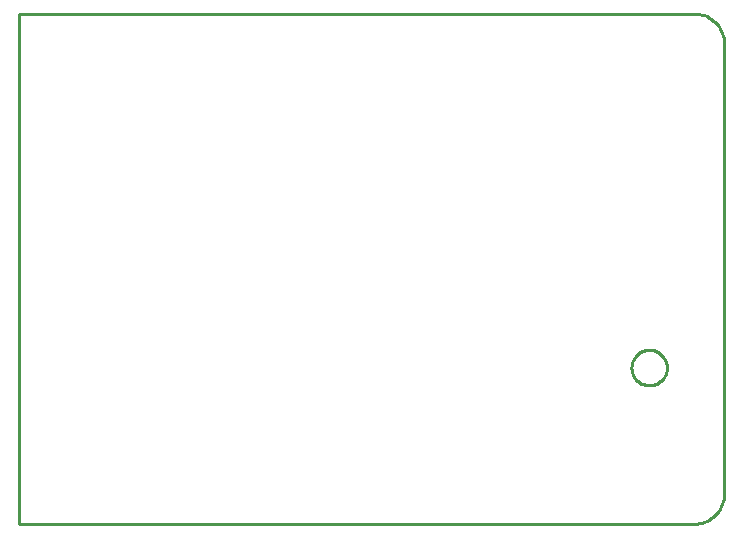
<source format=gbr>
G04 EAGLE Gerber RS-274X export*
G75*
%MOMM*%
%FSLAX34Y34*%
%LPD*%
%IN*%
%IPPOS*%
%AMOC8*
5,1,8,0,0,1.08239X$1,22.5*%
G01*
%ADD10C,0.254000*%


D10*
X0Y0D02*
X571500Y0D01*
X573714Y97D01*
X575911Y386D01*
X578074Y865D01*
X580187Y1532D01*
X582235Y2380D01*
X584200Y3403D01*
X586069Y4594D01*
X587827Y5942D01*
X589461Y7440D01*
X590958Y9073D01*
X592306Y10831D01*
X593497Y12700D01*
X594520Y14666D01*
X595368Y16713D01*
X596035Y18826D01*
X596514Y20989D01*
X596803Y23186D01*
X596900Y25400D01*
X596900Y406400D01*
X596803Y408614D01*
X596514Y410811D01*
X596035Y412974D01*
X595368Y415087D01*
X594520Y417135D01*
X593497Y419100D01*
X592306Y420969D01*
X590958Y422727D01*
X589461Y424361D01*
X587827Y425858D01*
X586069Y427206D01*
X584200Y428397D01*
X582235Y429420D01*
X580187Y430268D01*
X578074Y430935D01*
X575911Y431414D01*
X573714Y431703D01*
X571500Y431800D01*
X0Y431800D01*
X0Y0D01*
X548400Y131544D02*
X548324Y130476D01*
X548171Y129415D01*
X547943Y128368D01*
X547641Y127340D01*
X547267Y126336D01*
X546822Y125361D01*
X546308Y124421D01*
X545729Y123520D01*
X545087Y122662D01*
X544385Y121852D01*
X543628Y121095D01*
X542818Y120393D01*
X541960Y119751D01*
X541059Y119172D01*
X540119Y118658D01*
X539144Y118213D01*
X538140Y117839D01*
X537112Y117537D01*
X536065Y117309D01*
X535004Y117156D01*
X533936Y117080D01*
X532864Y117080D01*
X531796Y117156D01*
X530735Y117309D01*
X529688Y117537D01*
X528660Y117839D01*
X527656Y118213D01*
X526681Y118658D01*
X525741Y119172D01*
X524840Y119751D01*
X523982Y120393D01*
X523172Y121095D01*
X522415Y121852D01*
X521713Y122662D01*
X521071Y123520D01*
X520492Y124421D01*
X519978Y125361D01*
X519533Y126336D01*
X519159Y127340D01*
X518857Y128368D01*
X518629Y129415D01*
X518476Y130476D01*
X518400Y131544D01*
X518400Y132616D01*
X518476Y133684D01*
X518629Y134745D01*
X518857Y135792D01*
X519159Y136820D01*
X519533Y137824D01*
X519978Y138799D01*
X520492Y139739D01*
X521071Y140640D01*
X521713Y141498D01*
X522415Y142308D01*
X523172Y143065D01*
X523982Y143767D01*
X524840Y144409D01*
X525741Y144988D01*
X526681Y145502D01*
X527656Y145947D01*
X528660Y146321D01*
X529688Y146623D01*
X530735Y146851D01*
X531796Y147004D01*
X532864Y147080D01*
X533936Y147080D01*
X535004Y147004D01*
X536065Y146851D01*
X537112Y146623D01*
X538140Y146321D01*
X539144Y145947D01*
X540119Y145502D01*
X541059Y144988D01*
X541960Y144409D01*
X542818Y143767D01*
X543628Y143065D01*
X544385Y142308D01*
X545087Y141498D01*
X545729Y140640D01*
X546308Y139739D01*
X546822Y138799D01*
X547267Y137824D01*
X547641Y136820D01*
X547943Y135792D01*
X548171Y134745D01*
X548324Y133684D01*
X548400Y132616D01*
X548400Y131544D01*
M02*

</source>
